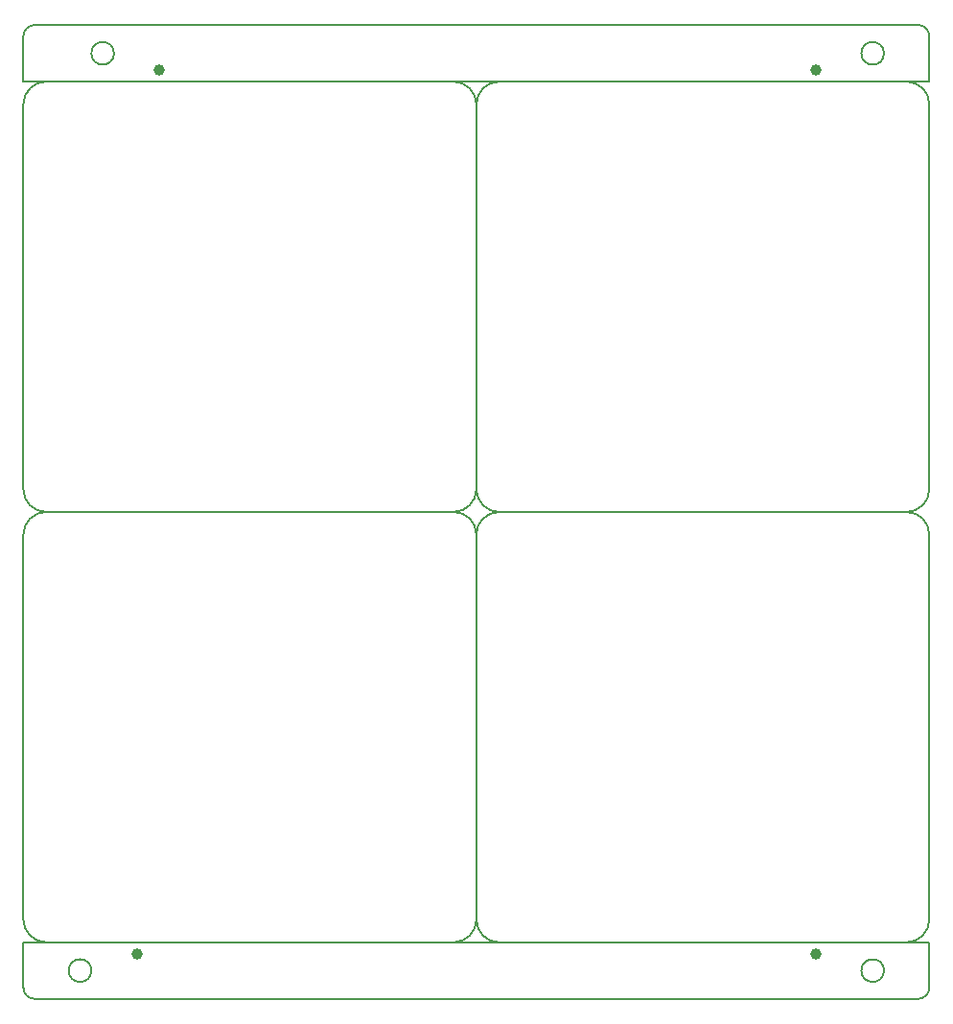
<source format=gko>
%FSLAX26Y26*%
%MOIN*%
%ADD10C,0.005*%
%ADD11C,0.0393701*%
%ADD14C,0.005*%
%IPPOS*%
G75*
G54D14*
X3227680Y3426060D02*
G03X3148940Y3347320I000000J-078739D01*
X4723740D02*
X4645000Y3426060I-078739J000000D01*
Y1930000D02*
X4723740Y2008740I000000J078740D01*
X3148940D02*
X3227680Y1930000I078740J000000D01*
Y3426060D02*
G01X3260170D01*
X4645000D01*
X4723740Y2008740D02*
Y3347320D01*
X3227680Y1930000D02*
X4645000D01*
X3148940Y2008740D02*
Y3347320D01*
X3227680Y4922120D02*
G03X3148940Y4843380I000000J-078739D01*
X4723740D02*
X4645000Y4922120I-078739J000000D01*
Y3426060D02*
X4723740Y3504800I000000J078740D01*
X3148940D02*
X3227680Y3426060I078740J000000D01*
Y4922120D02*
G01X3260170D01*
X4645000D01*
X4723740Y3504800D02*
Y4843380D01*
X3227680Y3426060D02*
X4645000D01*
X3148940Y3504800D02*
Y4843380D01*
X4802480Y3426060D02*
G03X4723740Y3347320I000000J-078739D01*
X6298540D02*
X6219800Y3426060I-078739J000000D01*
Y1930000D02*
X6298540Y2008740I000000J078740D01*
X4723740D02*
X4802480Y1930000I078740J000000D01*
Y3426060D02*
G01X4834970D01*
X6219800D01*
X6298540Y2008740D02*
Y3347320D01*
X4802480Y1930000D02*
X6219800D01*
X4723740Y2008740D02*
Y3347320D01*
X4802480Y4922120D02*
G03X4723740Y4843380I000000J-078739D01*
X6298540D02*
X6219800Y4922120I-078739J000000D01*
Y3426060D02*
X6298540Y3504800I000000J078740D01*
X4723740D02*
X4802480Y3426060I078740J000000D01*
Y4922120D02*
G01X4834970D01*
X6219800D01*
X6298540Y3504800D02*
Y4843380D01*
X4802480Y3426060D02*
X6219800D01*
X4723740Y3504800D02*
Y4843380D01*
G54D10*
X6298540Y5079600D02*
G03X6259170Y5118970I-039369J000000D01*
X3188310D02*
X3148940Y5079600I000000J-039369D01*
Y4922120D02*
G01X6298540D01*
Y5079600D01*
X6259170Y5118970D02*
X3188310D01*
X3148940Y5079600D02*
Y4922120D01*
X3463901Y5020545D02*
G03I-039369J000000D01*
X6141060D02*
I-039369J000000D01*
G54D11*
X3621381Y4961490D03*
X5904839D03*
G54D10*
X3148940Y1772520D02*
G03X3188310Y1733150I039370J000000D01*
X6259170D02*
X6298540Y1772520I000000J039370D01*
X3188310Y1733150D02*
G01X6259170D01*
X6298540Y1772520D02*
Y1930000D01*
X3148940D01*
Y1772520D01*
X3385160Y1831575D02*
G03I-039369J000000D01*
X6141060D02*
I-039369J000000D01*
G54D11*
X3542641Y1890630D03*
X5904839D03*
M02*

</source>
